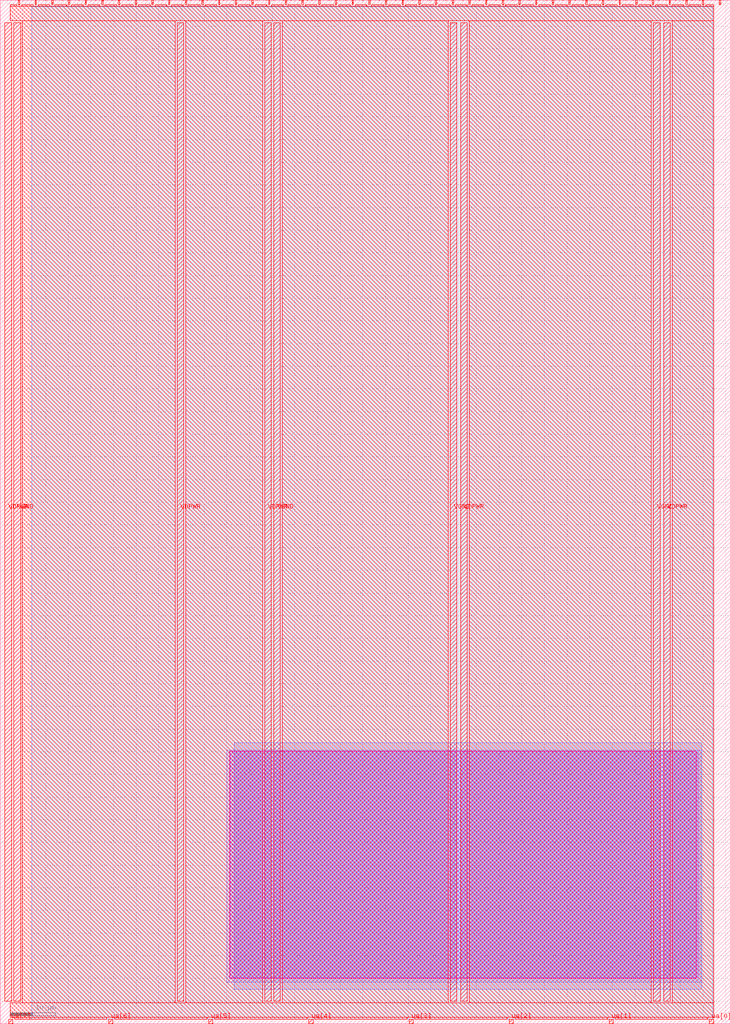
<source format=lef>
VERSION 5.7 ;
  NOWIREEXTENSIONATPIN ON ;
  DIVIDERCHAR "/" ;
  BUSBITCHARS "[]" ;
MACRO tt_um_tnt_diff_rx
  CLASS BLOCK ;
  FOREIGN tt_um_tnt_diff_rx ;
  ORIGIN 0.000 0.000 ;
  SIZE 161.000 BY 225.760 ;
  PIN VGND
    DIRECTION INOUT ;
    USE GROUND ;
    PORT
      LAYER met4 ;
        RECT 3.000 5.000 4.500 220.760 ;
    END
    PORT
      LAYER met4 ;
        RECT 99.225 5.000 100.725 220.760 ;
    END
    PORT
      LAYER met4 ;
        RECT 144.020 5.000 145.520 220.760 ;
    END
    PORT
      LAYER met4 ;
        RECT 60.300 5.000 61.800 220.760 ;
    END
  END VGND
  PIN VDPWR
    DIRECTION INOUT ;
    USE POWER ;
    PORT
      LAYER met4 ;
        RECT 1.000 5.000 2.500 220.760 ;
    END
    PORT
      LAYER met4 ;
        RECT 101.525 5.000 103.025 220.760 ;
    END
    PORT
      LAYER met4 ;
        RECT 146.320 5.000 147.820 220.760 ;
    END
    PORT
      LAYER met4 ;
        RECT 58.300 5.000 59.800 220.760 ;
    END
    PORT
      LAYER met4 ;
        RECT 39.000 5.000 40.500 220.760 ;
    END
  END VDPWR
  PIN ena
    DIRECTION INPUT ;
    USE SIGNAL ;
    PORT
      LAYER met4 ;
        RECT 158.550 224.760 158.850 225.760 ;
    END
  END ena
  PIN rst_n
    DIRECTION INPUT ;
    USE SIGNAL ;
    PORT
      LAYER met4 ;
        RECT 151.190 224.760 151.490 225.760 ;
    END
  END rst_n
  PIN clk
    DIRECTION INPUT ;
    USE SIGNAL ;
    PORT
      LAYER met4 ;
        RECT 154.870 224.760 155.170 225.760 ;
    END
  END clk
  PIN ui_in[7]
    DIRECTION INPUT ;
    USE SIGNAL ;
    PORT
      LAYER met4 ;
        RECT 121.750 224.760 122.050 225.760 ;
    END
  END ui_in[7]
  PIN ui_in[6]
    DIRECTION INPUT ;
    USE SIGNAL ;
    PORT
      LAYER met4 ;
        RECT 125.430 224.760 125.730 225.760 ;
    END
  END ui_in[6]
  PIN ui_in[5]
    DIRECTION INPUT ;
    USE SIGNAL ;
    PORT
      LAYER met4 ;
        RECT 129.110 224.760 129.410 225.760 ;
    END
  END ui_in[5]
  PIN ui_in[4]
    DIRECTION INPUT ;
    USE SIGNAL ;
    PORT
      LAYER met4 ;
        RECT 132.790 224.760 133.090 225.760 ;
    END
  END ui_in[4]
  PIN ui_in[3]
    DIRECTION INPUT ;
    USE SIGNAL ;
    PORT
      LAYER met4 ;
        RECT 136.470 224.760 136.770 225.760 ;
    END
  END ui_in[3]
  PIN ui_in[2]
    DIRECTION INPUT ;
    USE SIGNAL ;
    PORT
      LAYER met4 ;
        RECT 140.150 224.760 140.450 225.760 ;
    END
  END ui_in[2]
  PIN ui_in[1]
    DIRECTION INPUT ;
    USE SIGNAL ;
    ANTENNAGATEAREA 0.300000 ;
    PORT
      LAYER met4 ;
        RECT 143.830 224.760 144.130 225.760 ;
    END
  END ui_in[1]
  PIN ui_in[0]
    DIRECTION INPUT ;
    USE SIGNAL ;
    ANTENNAGATEAREA 3.756000 ;
    PORT
      LAYER met4 ;
        RECT 147.510 224.760 147.810 225.760 ;
    END
  END ui_in[0]
  PIN uio_in[7]
    DIRECTION INPUT ;
    USE SIGNAL ;
    PORT
      LAYER met4 ;
        RECT 92.310 224.760 92.610 225.760 ;
    END
  END uio_in[7]
  PIN uio_in[6]
    DIRECTION INPUT ;
    USE SIGNAL ;
    PORT
      LAYER met4 ;
        RECT 95.990 224.760 96.290 225.760 ;
    END
  END uio_in[6]
  PIN uio_in[5]
    DIRECTION INPUT ;
    USE SIGNAL ;
    PORT
      LAYER met4 ;
        RECT 99.670 224.760 99.970 225.760 ;
    END
  END uio_in[5]
  PIN uio_in[4]
    DIRECTION INPUT ;
    USE SIGNAL ;
    PORT
      LAYER met4 ;
        RECT 103.350 224.760 103.650 225.760 ;
    END
  END uio_in[4]
  PIN uio_in[3]
    DIRECTION INPUT ;
    USE SIGNAL ;
    PORT
      LAYER met4 ;
        RECT 107.030 224.760 107.330 225.760 ;
    END
  END uio_in[3]
  PIN uio_in[2]
    DIRECTION INPUT ;
    USE SIGNAL ;
    PORT
      LAYER met4 ;
        RECT 110.710 224.760 111.010 225.760 ;
    END
  END uio_in[2]
  PIN uio_in[1]
    DIRECTION INPUT ;
    USE SIGNAL ;
    PORT
      LAYER met4 ;
        RECT 114.390 224.760 114.690 225.760 ;
    END
  END uio_in[1]
  PIN uio_in[0]
    DIRECTION INPUT ;
    USE SIGNAL ;
    PORT
      LAYER met4 ;
        RECT 118.070 224.760 118.370 225.760 ;
    END
  END uio_in[0]
  PIN uo_out[7]
    DIRECTION OUTPUT ;
    USE SIGNAL ;
    ANTENNADIFFAREA 0.543200 ;
    PORT
      LAYER met4 ;
        RECT 62.870 224.760 63.170 225.760 ;
    END
  END uo_out[7]
  PIN uo_out[6]
    DIRECTION OUTPUT ;
    USE SIGNAL ;
    ANTENNADIFFAREA 0.543200 ;
    PORT
      LAYER met4 ;
        RECT 66.550 224.760 66.850 225.760 ;
    END
  END uo_out[6]
  PIN uo_out[5]
    DIRECTION OUTPUT ;
    USE SIGNAL ;
    ANTENNADIFFAREA 0.543200 ;
    PORT
      LAYER met4 ;
        RECT 70.230 224.760 70.530 225.760 ;
    END
  END uo_out[5]
  PIN uo_out[4]
    DIRECTION OUTPUT ;
    USE SIGNAL ;
    ANTENNADIFFAREA 0.543200 ;
    PORT
      LAYER met4 ;
        RECT 73.910 224.760 74.210 225.760 ;
    END
  END uo_out[4]
  PIN uo_out[3]
    DIRECTION OUTPUT ;
    USE SIGNAL ;
    ANTENNADIFFAREA 0.543200 ;
    PORT
      LAYER met4 ;
        RECT 77.590 224.760 77.890 225.760 ;
    END
  END uo_out[3]
  PIN uo_out[2]
    DIRECTION OUTPUT ;
    USE SIGNAL ;
    ANTENNADIFFAREA 0.543200 ;
    PORT
      LAYER met4 ;
        RECT 81.270 224.760 81.570 225.760 ;
    END
  END uo_out[2]
  PIN uo_out[1]
    DIRECTION OUTPUT ;
    USE SIGNAL ;
    ANTENNADIFFAREA 0.543200 ;
    PORT
      LAYER met4 ;
        RECT 84.950 224.760 85.250 225.760 ;
    END
  END uo_out[1]
  PIN uo_out[0]
    DIRECTION OUTPUT ;
    USE SIGNAL ;
    ANTENNADIFFAREA 0.543200 ;
    PORT
      LAYER met4 ;
        RECT 88.630 224.760 88.930 225.760 ;
    END
  END uo_out[0]
  PIN uio_out[7]
    DIRECTION OUTPUT ;
    USE SIGNAL ;
    ANTENNADIFFAREA 0.543200 ;
    PORT
      LAYER met4 ;
        RECT 33.430 224.760 33.730 225.760 ;
    END
  END uio_out[7]
  PIN uio_out[6]
    DIRECTION OUTPUT ;
    USE SIGNAL ;
    ANTENNADIFFAREA 0.543200 ;
    PORT
      LAYER met4 ;
        RECT 37.110 224.760 37.410 225.760 ;
    END
  END uio_out[6]
  PIN uio_out[5]
    DIRECTION OUTPUT ;
    USE SIGNAL ;
    ANTENNADIFFAREA 0.543200 ;
    PORT
      LAYER met4 ;
        RECT 40.790 224.760 41.090 225.760 ;
    END
  END uio_out[5]
  PIN uio_out[4]
    DIRECTION OUTPUT ;
    USE SIGNAL ;
    ANTENNADIFFAREA 0.543200 ;
    PORT
      LAYER met4 ;
        RECT 44.470 224.760 44.770 225.760 ;
    END
  END uio_out[4]
  PIN uio_out[3]
    DIRECTION OUTPUT ;
    USE SIGNAL ;
    ANTENNADIFFAREA 0.543200 ;
    PORT
      LAYER met4 ;
        RECT 48.150 224.760 48.450 225.760 ;
    END
  END uio_out[3]
  PIN uio_out[2]
    DIRECTION OUTPUT ;
    USE SIGNAL ;
    ANTENNADIFFAREA 0.543200 ;
    PORT
      LAYER met4 ;
        RECT 51.830 224.760 52.130 225.760 ;
    END
  END uio_out[2]
  PIN uio_out[1]
    DIRECTION OUTPUT ;
    USE SIGNAL ;
    ANTENNADIFFAREA 0.543200 ;
    PORT
      LAYER met4 ;
        RECT 55.510 224.760 55.810 225.760 ;
    END
  END uio_out[1]
  PIN uio_out[0]
    DIRECTION OUTPUT ;
    USE SIGNAL ;
    ANTENNADIFFAREA 0.543200 ;
    PORT
      LAYER met4 ;
        RECT 59.190 224.760 59.490 225.760 ;
    END
  END uio_out[0]
  PIN uio_oe[7]
    DIRECTION OUTPUT ;
    USE SIGNAL ;
    PORT
      LAYER met4 ;
        RECT 3.990 224.760 4.290 225.760 ;
    END
  END uio_oe[7]
  PIN uio_oe[6]
    DIRECTION OUTPUT ;
    USE SIGNAL ;
    PORT
      LAYER met4 ;
        RECT 7.670 224.760 7.970 225.760 ;
    END
  END uio_oe[6]
  PIN uio_oe[5]
    DIRECTION OUTPUT ;
    USE SIGNAL ;
    PORT
      LAYER met4 ;
        RECT 11.350 224.760 11.650 225.760 ;
    END
  END uio_oe[5]
  PIN uio_oe[4]
    DIRECTION OUTPUT ;
    USE SIGNAL ;
    PORT
      LAYER met4 ;
        RECT 15.030 224.760 15.330 225.760 ;
    END
  END uio_oe[4]
  PIN uio_oe[3]
    DIRECTION OUTPUT ;
    USE SIGNAL ;
    PORT
      LAYER met4 ;
        RECT 18.710 224.760 19.010 225.760 ;
    END
  END uio_oe[3]
  PIN uio_oe[2]
    DIRECTION OUTPUT ;
    USE SIGNAL ;
    PORT
      LAYER met4 ;
        RECT 22.390 224.760 22.690 225.760 ;
    END
  END uio_oe[2]
  PIN uio_oe[1]
    DIRECTION OUTPUT ;
    USE SIGNAL ;
    PORT
      LAYER met4 ;
        RECT 26.070 224.760 26.370 225.760 ;
    END
  END uio_oe[1]
  PIN uio_oe[0]
    DIRECTION OUTPUT ;
    USE SIGNAL ;
    PORT
      LAYER met4 ;
        RECT 29.750 224.760 30.050 225.760 ;
    END
  END uio_oe[0]
  PIN ua[7]
    DIRECTION INOUT ;
    USE SIGNAL ;
    PORT
      LAYER met4 ;
        RECT 1.850 0.000 2.750 1.000 ;
    END
  END ua[7]
  PIN ua[6]
    DIRECTION INOUT ;
    USE SIGNAL ;
    PORT
      LAYER met4 ;
        RECT 23.930 0.000 24.830 1.000 ;
    END
  END ua[6]
  PIN ua[5]
    DIRECTION INOUT ;
    USE SIGNAL ;
    PORT
      LAYER met4 ;
        RECT 46.010 0.000 46.910 1.000 ;
    END
  END ua[5]
  PIN ua[4]
    DIRECTION INOUT ;
    USE SIGNAL ;
    PORT
      LAYER met4 ;
        RECT 68.090 0.000 68.990 1.000 ;
    END
  END ua[4]
  PIN ua[3]
    DIRECTION INOUT ;
    USE SIGNAL ;
    ANTENNAGATEAREA 3.000000 ;
    PORT
      LAYER met4 ;
        RECT 90.170 0.000 91.070 1.000 ;
    END
  END ua[3]
  PIN ua[2]
    DIRECTION INOUT ;
    USE SIGNAL ;
    ANTENNAGATEAREA 3.000000 ;
    PORT
      LAYER met4 ;
        RECT 112.250 0.000 113.150 1.000 ;
    END
  END ua[2]
  PIN ua[1]
    DIRECTION INOUT ;
    USE SIGNAL ;
    ANTENNAGATEAREA 3.000000 ;
    PORT
      LAYER met4 ;
        RECT 134.330 0.000 135.230 1.000 ;
    END
  END ua[1]
  PIN ua[0]
    DIRECTION INOUT ;
    USE SIGNAL ;
    ANTENNAGATEAREA 3.000000 ;
    PORT
      LAYER met4 ;
        RECT 156.410 0.000 157.310 1.000 ;
    END
  END ua[0]
  OBS
      LAYER nwell ;
        RECT 50.600 10.000 153.480 60.045 ;
      LAYER li1 ;
        RECT 50.780 10.170 153.920 60.130 ;
      LAYER met1 ;
        RECT 50.000 9.200 154.690 60.290 ;
      LAYER met2 ;
        RECT 51.650 7.600 154.680 61.930 ;
      LAYER met3 ;
        RECT 7.000 1.000 157.160 224.340 ;
      LAYER met4 ;
        RECT 2.200 224.360 3.590 224.760 ;
        RECT 4.690 224.360 7.270 224.760 ;
        RECT 8.370 224.360 10.950 224.760 ;
        RECT 12.050 224.360 14.630 224.760 ;
        RECT 15.730 224.360 18.310 224.760 ;
        RECT 19.410 224.360 21.990 224.760 ;
        RECT 23.090 224.360 25.670 224.760 ;
        RECT 26.770 224.360 29.350 224.760 ;
        RECT 30.450 224.360 33.030 224.760 ;
        RECT 34.130 224.360 36.710 224.760 ;
        RECT 37.810 224.360 40.390 224.760 ;
        RECT 41.490 224.360 44.070 224.760 ;
        RECT 45.170 224.360 47.750 224.760 ;
        RECT 48.850 224.360 51.430 224.760 ;
        RECT 52.530 224.360 55.110 224.760 ;
        RECT 56.210 224.360 58.790 224.760 ;
        RECT 59.890 224.360 62.470 224.760 ;
        RECT 63.570 224.360 66.150 224.760 ;
        RECT 67.250 224.360 69.830 224.760 ;
        RECT 70.930 224.360 73.510 224.760 ;
        RECT 74.610 224.360 77.190 224.760 ;
        RECT 78.290 224.360 80.870 224.760 ;
        RECT 81.970 224.360 84.550 224.760 ;
        RECT 85.650 224.360 88.230 224.760 ;
        RECT 89.330 224.360 91.910 224.760 ;
        RECT 93.010 224.360 95.590 224.760 ;
        RECT 96.690 224.360 99.270 224.760 ;
        RECT 100.370 224.360 102.950 224.760 ;
        RECT 104.050 224.360 106.630 224.760 ;
        RECT 107.730 224.360 110.310 224.760 ;
        RECT 111.410 224.360 113.990 224.760 ;
        RECT 115.090 224.360 117.670 224.760 ;
        RECT 118.770 224.360 121.350 224.760 ;
        RECT 122.450 224.360 125.030 224.760 ;
        RECT 126.130 224.360 128.710 224.760 ;
        RECT 129.810 224.360 132.390 224.760 ;
        RECT 133.490 224.360 136.070 224.760 ;
        RECT 137.170 224.360 139.750 224.760 ;
        RECT 140.850 224.360 143.430 224.760 ;
        RECT 144.530 224.360 147.110 224.760 ;
        RECT 148.210 224.360 150.790 224.760 ;
        RECT 151.890 224.360 154.470 224.760 ;
        RECT 155.570 224.360 157.310 224.760 ;
        RECT 2.200 221.160 157.310 224.360 ;
        RECT 4.900 4.600 38.600 221.160 ;
        RECT 40.900 4.600 57.900 221.160 ;
        RECT 62.200 4.600 98.825 221.160 ;
        RECT 103.425 4.600 143.620 221.160 ;
        RECT 148.220 4.600 157.310 221.160 ;
        RECT 2.200 1.400 157.310 4.600 ;
        RECT 3.150 1.000 23.530 1.400 ;
        RECT 25.230 1.000 45.610 1.400 ;
        RECT 47.310 1.000 67.690 1.400 ;
        RECT 69.390 1.000 89.770 1.400 ;
        RECT 91.470 1.000 111.850 1.400 ;
        RECT 113.550 1.000 133.930 1.400 ;
        RECT 135.630 1.000 156.010 1.400 ;
  END
END tt_um_tnt_diff_rx
END LIBRARY


</source>
